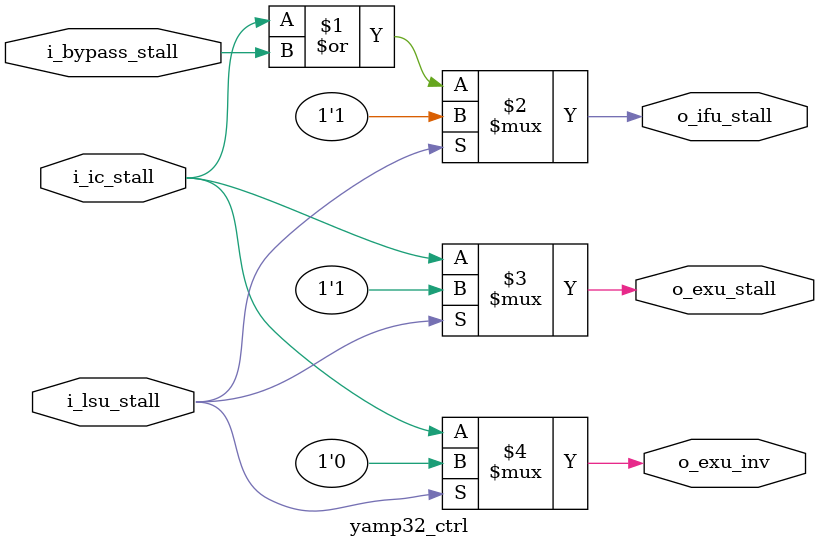
<source format=v>
/***************************************************************************/
/*  yamp32 (Yet Another MIPS Processor)                                    */
/*  Copyright (C) 2020 cassuto <diyer175@hotmail.com>                      */
/*  This project is free edition; you can redistribute it and/or           */
/*  modify it under the terms of the GNU Lesser General Public             */
/*  License(GPL) as published by the Free Software Foundation; either      */
/*  version 2.1 of the License, or (at your option) any later version.     */
/*                                                                         */
/*  This project is distributed in the hope that it will be useful,        */
/*  but WITHOUT ANY WARRANTY; without even the implied warranty of         */
/*  MERCHANTABILITY or FITNESS FOR A PARTICULAR PURPOSE.  See the GNU      */
/*  Lesser General Public License for more details.                        */
/***************************************************************************/

module yamp32_ctrl(
    input wire i_ic_stall,
    input wire i_lsu_stall,
    input wire i_bypass_stall,
    output wire o_ifu_stall,
    output wire o_exu_stall,
    output wire o_exu_inv
);
    // Priority MUX
    assign o_ifu_stall = i_lsu_stall ? 1'b1 : (i_ic_stall|i_bypass_stall);
    assign o_exu_stall = i_lsu_stall ? 1'b1 : i_ic_stall;
    // It causes unexpected behaviors that issuing LSU insn repeatedly while ICACHE stalling.
    // so we make the output of EXU invalid (i.e. issue NOP insn)
    assign o_exu_inv = i_lsu_stall ? 1'b0 : i_ic_stall;

endmodule

</source>
